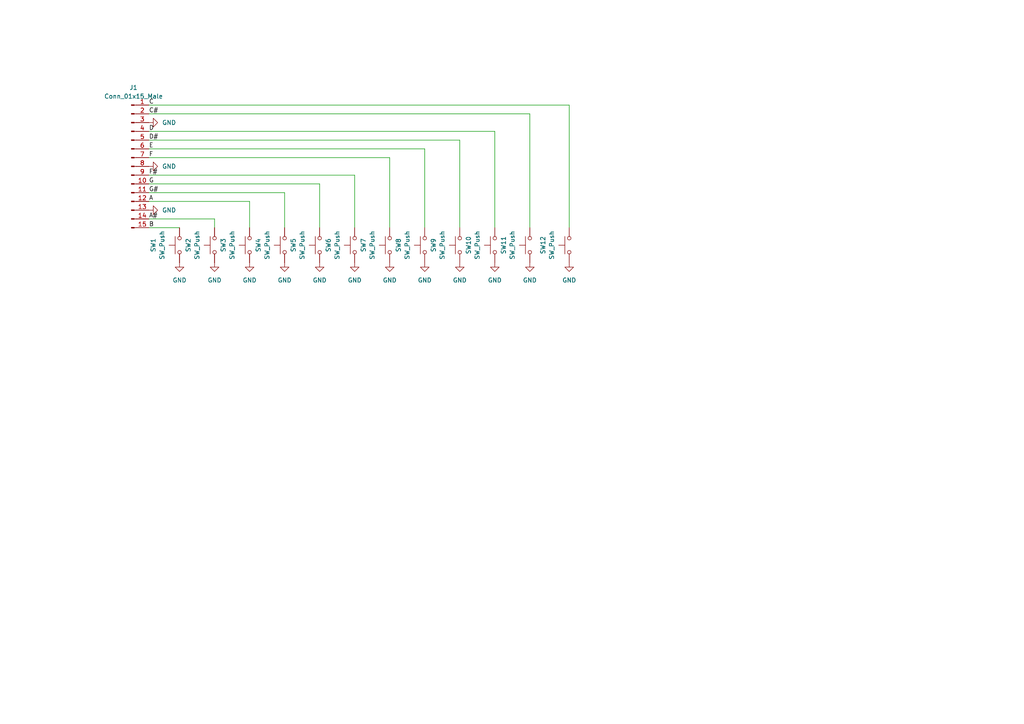
<source format=kicad_sch>
(kicad_sch (version 20211123) (generator eeschema)
  (paper "A4")
  (lib_symbols
    (symbol "Connector:Conn_01x15_Male" (pin_names (offset 1.016) hide)
      (property "Reference" "J" (at 0 20.32 0))
      (property "Value" "Conn_01x15_Male" (at 0 -20.32 0))
      (symbol "Conn_01x15_Male_1_1"
        (polyline (pts (xy 1.27 -17.78) (xy 0.8636 -17.78)) (stroke (width 0.1524)))
        (polyline (pts (xy 1.27 -15.24) (xy 0.8636 -15.24)) (stroke (width 0.1524)))
        (polyline (pts (xy 1.27 -12.7) (xy 0.8636 -12.7)) (stroke (width 0.1524)))
        (polyline (pts (xy 1.27 -10.16) (xy 0.8636 -10.16)) (stroke (width 0.1524)))
        (polyline (pts (xy 1.27 -7.62) (xy 0.8636 -7.62)) (stroke (width 0.1524)))
        (polyline (pts (xy 1.27 -5.08) (xy 0.8636 -5.08)) (stroke (width 0.1524)))
        (polyline (pts (xy 1.27 -2.54) (xy 0.8636 -2.54)) (stroke (width 0.1524)))
        (polyline (pts (xy 1.27 0) (xy 0.8636 0)) (stroke (width 0.1524)))
        (polyline (pts (xy 1.27 2.54) (xy 0.8636 2.54)) (stroke (width 0.1524)))
        (polyline (pts (xy 1.27 5.08) (xy 0.8636 5.08)) (stroke (width 0.1524)))
        (polyline (pts (xy 1.27 7.62) (xy 0.8636 7.62)) (stroke (width 0.1524)))
        (polyline (pts (xy 1.27 10.16) (xy 0.8636 10.16)) (stroke (width 0.1524)))
        (polyline (pts (xy 1.27 12.7) (xy 0.8636 12.7)) (stroke (width 0.1524)))
        (polyline (pts (xy 1.27 15.24) (xy 0.8636 15.24)) (stroke (width 0.1524)))
        (polyline (pts (xy 1.27 17.78) (xy 0.8636 17.78)) (stroke (width 0.1524)))
        (rectangle (start 0.8636 -17.653) (end 0 -17.907) (stroke (width 0.1524)) (fill (type outline)))
        (rectangle (start 0.8636 -15.113) (end 0 -15.367) (stroke (width 0.1524)) (fill (type outline)))
        (rectangle (start 0.8636 -12.573) (end 0 -12.827) (stroke (width 0.1524)) (fill (type outline)))
        (rectangle (start 0.8636 -10.033) (end 0 -10.287) (stroke (width 0.1524)) (fill (type outline)))
        (rectangle (start 0.8636 -7.493) (end 0 -7.747) (stroke (width 0.1524)) (fill (type outline)))
        (rectangle (start 0.8636 -4.953) (end 0 -5.207) (stroke (width 0.1524)) (fill (type outline)))
        (rectangle (start 0.8636 -2.413) (end 0 -2.667) (stroke (width 0.1524)) (fill (type outline)))
        (rectangle (start 0.8636 0.127) (end 0 -0.127) (stroke (width 0.1524)) (fill (type outline)))
        (rectangle (start 0.8636 2.667) (end 0 2.413) (stroke (width 0.1524)) (fill (type outline)))
        (rectangle (start 0.8636 5.207) (end 0 4.953) (stroke (width 0.1524)) (fill (type outline)))
        (rectangle (start 0.8636 7.747) (end 0 7.493) (stroke (width 0.1524)) (fill (type outline)))
        (rectangle (start 0.8636 10.287) (end 0 10.033) (stroke (width 0.1524)) (fill (type outline)))
        (rectangle (start 0.8636 12.827) (end 0 12.573) (stroke (width 0.1524)) (fill (type outline)))
        (rectangle (start 0.8636 15.367) (end 0 15.113) (stroke (width 0.1524)) (fill (type outline)))
        (rectangle (start 0.8636 17.907) (end 0 17.653) (stroke (width 0.1524)) (fill (type outline)))
        (pin passive line (at 5.08 17.78 180) (length 3.81) (name "Pin_1") (number "1"))
        (pin passive line (at 5.08 -5.08 180) (length 3.81) (name "Pin_10") (number "10"))
        (pin passive line (at 5.08 -7.62 180) (length 3.81) (name "Pin_11") (number "11"))
        (pin passive line (at 5.08 -10.16 180) (length 3.81) (name "Pin_12") (number "12"))
        (pin passive line (at 5.08 -12.7 180) (length 3.81) (name "Pin_13") (number "13"))
        (pin passive line (at 5.08 -15.24 180) (length 3.81) (name "Pin_14") (number "14"))
        (pin passive line (at 5.08 -17.78 180) (length 3.81) (name "Pin_15") (number "15"))
        (pin passive line (at 5.08 15.24 180) (length 3.81) (name "Pin_2") (number "2"))
        (pin passive line (at 5.08 12.7 180) (length 3.81) (name "Pin_3") (number "3"))
        (pin passive line (at 5.08 10.16 180) (length 3.81) (name "Pin_4") (number "4"))
        (pin passive line (at 5.08 7.62 180) (length 3.81) (name "Pin_5") (number "5"))
        (pin passive line (at 5.08 5.08 180) (length 3.81) (name "Pin_6") (number "6"))
        (pin passive line (at 5.08 2.54 180) (length 3.81) (name "Pin_7") (number "7"))
        (pin passive line (at 5.08 0 180) (length 3.81) (name "Pin_8") (number "8"))
        (pin passive line (at 5.08 -2.54 180) (length 3.81) (name "Pin_9") (number "9"))
      )
    )
    (symbol "Switch:SW_Push" (pin_numbers hide) (pin_names (offset 1.016) hide)
      (property "Reference" "SW" (at 1.27 2.54 0))
      (property "Value" "SW_Push" (at 0 -1.524 0))
      (symbol "SW_Push_0_1"
        (circle (center -2.032 0) (radius 0.508))
        (polyline (pts (xy 0 1.27) (xy 0 3.048)))
        (polyline (pts (xy 2.54 1.27) (xy -2.54 1.27)))
        (circle (center 2.032 0) (radius 0.508))
        (pin passive line (at -5.08 0 0) (length 2.54) (name "1") (number "1"))
        (pin passive line (at 5.08 0 180) (length 2.54) (name "2") (number "2"))
      )
    )
    (symbol "power:GND" (power) (pin_names (offset 0))
      (property "Value" "GND" (at 0 -3.81 0))
      (symbol "GND_0_1"
        (polyline (pts (xy 0 0) (xy 0 -1.27) (xy 1.27 -1.27) (xy 0 -2.54) (xy -1.27 -1.27) (xy 0 -1.27)))
      )
      (symbol "GND_1_1"
        (pin power_in line (at 0 0 270) (length 0) hide (name "GND") (number "1"))
      )
    )
  )
  (wire (pts (xy 43.18 63.5) (xy 62.23 63.5)))
  (wire (pts (xy 102.87 50.8) (xy 102.87 66.04)))
  (wire (pts (xy 62.23 63.5) (xy 62.23 66.04)))
  (wire (pts (xy 43.18 40.64) (xy 133.35 40.64)))
  (wire (pts (xy 143.51 38.1) (xy 143.51 66.04)))
  (wire (pts (xy 92.71 53.34) (xy 92.71 66.04)))
  (wire (pts (xy 153.67 33.02) (xy 153.67 66.04)))
  (wire (pts (xy 43.18 55.88) (xy 82.55 55.88)))
  (wire (pts (xy 133.35 40.64) (xy 133.35 66.04)))
  (wire (pts (xy 43.18 53.34) (xy 92.71 53.34)))
  (wire (pts (xy 113.03 45.72) (xy 113.03 66.04)))
  (wire (pts (xy 43.18 66.04) (xy 52.07 66.04)))
  (wire (pts (xy 123.19 43.18) (xy 123.19 66.04)))
  (wire (pts (xy 72.39 58.42) (xy 72.39 66.04)))
  (wire (pts (xy 43.18 43.18) (xy 123.19 43.18)))
  (wire (pts (xy 165.1 30.48) (xy 165.1 66.04)))
  (wire (pts (xy 43.18 58.42) (xy 72.39 58.42)))
  (wire (pts (xy 82.55 55.88) (xy 82.55 66.04)))
  (wire (pts (xy 43.18 50.8) (xy 102.87 50.8)))
  (wire (pts (xy 43.18 30.48) (xy 165.1 30.48)))
  (wire (pts (xy 43.18 33.02) (xy 153.67 33.02)))
  (wire (pts (xy 43.18 45.72) (xy 113.03 45.72)))
  (wire (pts (xy 43.18 38.1) (xy 143.51 38.1)))
  (label "G#" (at 43.18 55.88 0))
  (label "F" (at 43.18 45.72 0))
  (label "G" (at 43.18 53.34 0))
  (label "A" (at 43.18 58.42 0))
  (label "B" (at 43.18 66.04 0))
  (label "F#" (at 43.18 50.8 0))
  (label "D#" (at 43.18 40.64 0))
  (label "D" (at 43.18 38.1 0))
  (label "E" (at 43.18 43.18 0))
  (label "C" (at 43.18 30.48 0))
  (label "A#" (at 43.18 63.5 0))
  (label "C#" (at 43.18 33.02 0))
  (symbol (lib_id "Switch:SW_Push") (at 72.39 71.12 90) (unit 1)
    (property "Reference" "SW3" (at 64.77 71.12 0))
    (property "Value" "SW_Push" (at 67.31 71.12 0))
    (property "Footprint" "Button_Switch_THT:SW_PUSH_6mm" (effects hide))
  )
  (symbol (lib_id "power:GND") (at 62.23 76.2 0) (unit 1)
    (property "Reference" "#PWR05" (effects hide))
    (property "Value" "GND" (at 62.23 81.28 0))
  )
  (symbol (lib_id "Switch:SW_Push") (at 123.19 71.12 90) (unit 1)
    (property "Reference" "SW8" (at 115.57 71.12 0))
    (property "Value" "SW_Push" (at 118.11 71.12 0))
    (property "Footprint" "Button_Switch_THT:SW_PUSH_6mm" (effects hide))
  )
  (symbol (lib_id "power:GND") (at 43.18 60.96 90) (unit 1)
    (property "Reference" "#PWR03" (effects hide))
    (property "Value" "GND" (at 46.99 60.9599 90) (effects (justify right)))
  )
  (symbol (lib_id "power:GND") (at 72.39 76.2 0) (unit 1)
    (property "Reference" "#PWR06" (effects hide))
    (property "Value" "GND" (at 72.39 81.28 0))
  )
  (symbol (lib_id "Switch:SW_Push") (at 52.07 71.12 90) (unit 1)
    (property "Reference" "SW1" (at 44.45 71.12 0))
    (property "Value" "SW_Push" (at 46.99 71.12 0))
    (property "Footprint" "Button_Switch_THT:SW_PUSH_6mm" (effects hide))
  )
  (symbol (lib_id "Switch:SW_Push") (at 82.55 71.12 90) (unit 1)
    (property "Reference" "SW4" (at 74.93 71.12 0))
    (property "Value" "SW_Push" (at 77.47 71.12 0))
    (property "Footprint" "Button_Switch_THT:SW_PUSH_6mm" (effects hide))
  )
  (symbol (lib_id "power:GND") (at 102.87 76.2 0) (unit 1)
    (property "Reference" "#PWR09" (effects hide))
    (property "Value" "GND" (at 102.87 81.28 0))
  )
  (symbol (lib_id "power:GND") (at 92.71 76.2 0) (unit 1)
    (property "Reference" "#PWR08" (effects hide))
    (property "Value" "GND" (at 92.71 81.28 0))
  )
  (symbol (lib_id "power:GND") (at 43.18 48.26 90) (unit 1)
    (property "Reference" "#PWR02" (effects hide))
    (property "Value" "GND" (at 46.99 48.2599 90) (effects (justify right)))
  )
  (symbol (lib_id "power:GND") (at 133.35 76.2 0) (unit 1)
    (property "Reference" "#PWR012" (effects hide))
    (property "Value" "GND" (at 133.35 81.28 0))
  )
  (symbol (lib_id "Switch:SW_Push") (at 92.71 71.12 90) (unit 1)
    (property "Reference" "SW5" (at 85.09 71.12 0))
    (property "Value" "SW_Push" (at 87.63 71.12 0))
    (property "Footprint" "Button_Switch_THT:SW_PUSH_6mm" (effects hide))
  )
  (symbol (lib_id "power:GND") (at 165.1 76.2 0) (unit 1)
    (property "Reference" "#PWR015" (effects hide))
    (property "Value" "GND" (at 165.1 81.28 0))
  )
  (symbol (lib_id "Switch:SW_Push") (at 153.67 71.12 90) (unit 1)
    (property "Reference" "SW11" (at 146.05 71.12 0))
    (property "Value" "SW_Push" (at 148.59 71.12 0))
    (property "Footprint" "Button_Switch_THT:SW_PUSH_6mm" (effects hide))
  )
  (symbol (lib_id "power:GND") (at 82.55 76.2 0) (unit 1)
    (property "Reference" "#PWR07" (effects hide))
    (property "Value" "GND" (at 82.55 81.28 0))
  )
  (symbol (lib_id "power:GND") (at 143.51 76.2 0) (unit 1)
    (property "Reference" "#PWR013" (effects hide))
    (property "Value" "GND" (at 143.51 81.28 0))
  )
  (symbol (lib_id "power:GND") (at 113.03 76.2 0) (unit 1)
    (property "Reference" "#PWR010" (effects hide))
    (property "Value" "GND" (at 113.03 81.28 0))
  )
  (symbol (lib_id "Switch:SW_Push") (at 62.23 71.12 90) (unit 1)
    (property "Reference" "SW2" (at 54.61 71.12 0))
    (property "Value" "SW_Push" (at 57.15 71.12 0))
    (property "Footprint" "Button_Switch_THT:SW_PUSH_6mm" (effects hide))
  )
  (symbol (lib_id "Switch:SW_Push") (at 113.03 71.12 90) (unit 1)
    (property "Reference" "SW7" (at 105.41 71.12 0))
    (property "Value" "SW_Push" (at 107.95 71.12 0))
    (property "Footprint" "Button_Switch_THT:SW_PUSH_6mm" (effects hide))
  )
  (symbol (lib_id "power:GND") (at 153.67 76.2 0) (unit 1)
    (property "Reference" "#PWR014" (effects hide))
    (property "Value" "GND" (at 153.67 81.28 0))
  )
  (symbol (lib_id "Switch:SW_Push") (at 165.1 71.12 90) (unit 1)
    (property "Reference" "SW12" (at 157.48 71.12 0))
    (property "Value" "SW_Push" (at 160.02 71.12 0))
    (property "Footprint" "Button_Switch_THT:SW_PUSH_6mm" (effects hide))
  )
  (symbol (lib_id "power:GND") (at 52.07 76.2 0) (unit 1)
    (property "Reference" "#PWR04" (effects hide))
    (property "Value" "GND" (at 52.07 81.28 0))
  )
  (symbol (lib_id "power:GND") (at 123.19 76.2 0) (unit 1)
    (property "Reference" "#PWR011" (effects hide))
    (property "Value" "GND" (at 123.19 81.28 0))
  )
  (symbol (lib_id "Switch:SW_Push") (at 102.87 71.12 90) (unit 1)
    (property "Reference" "SW6" (at 95.25 71.12 0))
    (property "Value" "SW_Push" (at 97.79 71.12 0))
    (property "Footprint" "Button_Switch_THT:SW_PUSH_6mm" (effects hide))
  )
  (symbol (lib_id "Switch:SW_Push") (at 143.51 71.12 90) (unit 1)
    (property "Reference" "SW10" (at 135.89 71.12 0))
    (property "Value" "SW_Push" (at 138.43 71.12 0))
    (property "Footprint" "Button_Switch_THT:SW_PUSH_6mm" (effects hide))
  )
  (symbol (lib_id "Switch:SW_Push") (at 133.35 71.12 90) (unit 1)
    (property "Reference" "SW9" (at 125.73 71.12 0))
    (property "Value" "SW_Push" (at 128.27 71.12 0))
    (property "Footprint" "Button_Switch_THT:SW_PUSH_6mm" (effects hide))
  )
  (symbol (lib_id "power:GND") (at 43.18 35.56 90) (unit 1)
    (property "Reference" "#PWR01" (effects hide))
    (property "Value" "GND" (at 46.99 35.5599 90) (effects (justify right)))
  )
  (symbol (lib_id "Connector:Conn_01x15_Male") (at 38.1 48.26 0) (unit 1)
    (property "Reference" "J1" (at 38.735 25.4 0))
    (property "Value" "Conn_01x15_Male" (at 38.735 27.94 0))
    (property "Footprint" "Library:PinHeader_1x15_P2.54mm_Vertical" (effects hide))
  )
)
</source>
